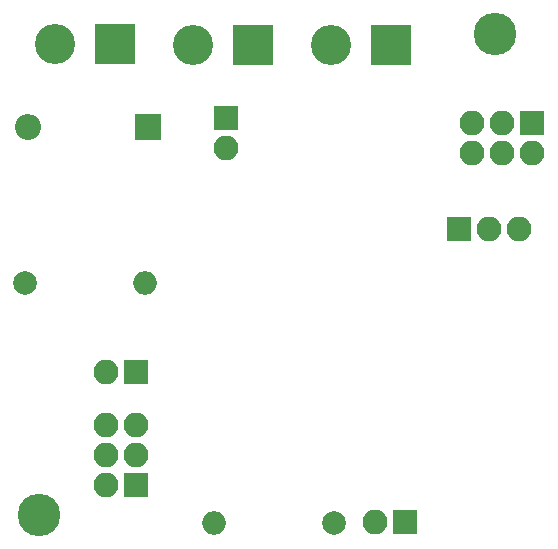
<source format=gbs>
%TF.GenerationSoftware,KiCad,Pcbnew,4.0.6*%
%TF.CreationDate,2017-06-22T12:26:56+02:00*%
%TF.ProjectId,esp8266_irrigation_system,657370383236365F6972726967617469,rev?*%
%TF.FileFunction,Soldermask,Bot*%
%FSLAX46Y46*%
G04 Gerber Fmt 4.6, Leading zero omitted, Abs format (unit mm)*
G04 Created by KiCad (PCBNEW 4.0.6) date Thu Jun 22 12:26:56 2017*
%MOMM*%
%LPD*%
G01*
G04 APERTURE LIST*
%ADD10C,0.100000*%
%ADD11C,2.000000*%
%ADD12O,2.000000X2.000000*%
%ADD13R,2.200000X2.200000*%
%ADD14O,2.200000X2.200000*%
%ADD15R,3.400000X3.400000*%
%ADD16C,3.400000*%
%ADD17R,2.100000X2.100000*%
%ADD18O,2.100000X2.100000*%
%ADD19C,3.600000*%
G04 APERTURE END LIST*
D10*
D11*
X143865600Y-103098600D03*
D12*
X133705600Y-103098600D03*
D13*
X128117600Y-69570600D03*
D14*
X117957600Y-69570600D03*
D15*
X125349000Y-62585600D03*
D16*
X120269000Y-62585600D03*
D15*
X137033000Y-62636400D03*
D16*
X131953000Y-62636400D03*
D17*
X160655000Y-69291200D03*
D18*
X160655000Y-71831200D03*
X158115000Y-69291200D03*
X158115000Y-71831200D03*
X155575000Y-69291200D03*
X155575000Y-71831200D03*
D17*
X154432000Y-78206600D03*
D18*
X156972000Y-78206600D03*
X159512000Y-78206600D03*
D17*
X127127000Y-90322400D03*
D18*
X124587000Y-90322400D03*
D17*
X149936200Y-103073200D03*
D18*
X147396200Y-103073200D03*
D17*
X134747000Y-68834000D03*
D18*
X134747000Y-71374000D03*
D15*
X148717000Y-62636400D03*
D16*
X143637000Y-62636400D03*
D17*
X127127000Y-99872800D03*
D18*
X124587000Y-99872800D03*
X127127000Y-97332800D03*
X124587000Y-97332800D03*
X127127000Y-94792800D03*
X124587000Y-94792800D03*
D11*
X117729000Y-82804000D03*
D12*
X127889000Y-82804000D03*
D19*
X157530800Y-61722000D03*
X118872000Y-102412800D03*
M02*

</source>
